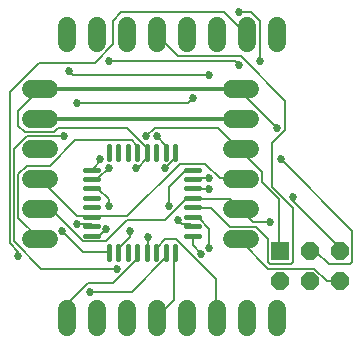
<source format=gtl>
G75*
%MOIN*%
%OFA0B0*%
%FSLAX25Y25*%
%IPPOS*%
%LPD*%
%AMOC8*
5,1,8,0,0,1.08239X$1,22.5*
%
%ADD10C,0.01598*%
%ADD11OC8,0.06000*%
%ADD12R,0.06000X0.06000*%
%ADD13C,0.06000*%
%ADD14C,0.05906*%
%ADD15C,0.00800*%
%ADD16C,0.02700*%
%ADD17C,0.01200*%
D10*
X0044497Y0036791D02*
X0044497Y0041099D01*
X0047647Y0041099D02*
X0047647Y0036791D01*
X0050797Y0036791D02*
X0050797Y0041099D01*
X0053946Y0041099D02*
X0053946Y0036791D01*
X0057096Y0036791D02*
X0057096Y0041099D01*
X0060245Y0041099D02*
X0060245Y0036791D01*
X0063395Y0036791D02*
X0063395Y0041099D01*
X0066545Y0041099D02*
X0066545Y0036791D01*
X0070099Y0044654D02*
X0074407Y0044654D01*
X0074407Y0047803D02*
X0070099Y0047803D01*
X0070099Y0050953D02*
X0074407Y0050953D01*
X0074407Y0054102D02*
X0070099Y0054102D01*
X0070099Y0057252D02*
X0074407Y0057252D01*
X0074407Y0060402D02*
X0070099Y0060402D01*
X0070099Y0063551D02*
X0074407Y0063551D01*
X0074407Y0066701D02*
X0070099Y0066701D01*
X0066545Y0070255D02*
X0066545Y0074563D01*
X0063395Y0074563D02*
X0063395Y0070255D01*
X0060245Y0070255D02*
X0060245Y0074563D01*
X0057096Y0074563D02*
X0057096Y0070255D01*
X0053946Y0070255D02*
X0053946Y0074563D01*
X0050797Y0074563D02*
X0050797Y0070255D01*
X0047647Y0070255D02*
X0047647Y0074563D01*
X0044497Y0074563D02*
X0044497Y0070255D01*
X0040943Y0066701D02*
X0036635Y0066701D01*
X0036635Y0063551D02*
X0040943Y0063551D01*
X0040943Y0060402D02*
X0036635Y0060402D01*
X0036635Y0057252D02*
X0040943Y0057252D01*
X0040943Y0054102D02*
X0036635Y0054102D01*
X0036635Y0050953D02*
X0040943Y0050953D01*
X0040943Y0047803D02*
X0036635Y0047803D01*
X0036635Y0044654D02*
X0040943Y0044654D01*
D11*
X0101540Y0029400D03*
X0111540Y0029400D03*
X0121540Y0029400D03*
X0121540Y0039400D03*
X0111540Y0039400D03*
D12*
X0101540Y0039400D03*
D13*
X0091340Y0043400D02*
X0085340Y0043400D01*
X0085340Y0053400D02*
X0091340Y0053400D01*
X0091340Y0063400D02*
X0085340Y0063400D01*
X0085340Y0073400D02*
X0091340Y0073400D01*
X0091340Y0083400D02*
X0085340Y0083400D01*
X0085340Y0093400D02*
X0091340Y0093400D01*
X0024340Y0093400D02*
X0018340Y0093400D01*
X0018340Y0083400D02*
X0024340Y0083400D01*
X0024340Y0073400D02*
X0018340Y0073400D01*
X0018340Y0063400D02*
X0024340Y0063400D01*
X0024340Y0053400D02*
X0018340Y0053400D01*
X0018340Y0043400D02*
X0024340Y0043400D01*
D14*
X0030340Y0020153D02*
X0030340Y0014247D01*
X0040340Y0014247D02*
X0040340Y0020153D01*
X0050340Y0020153D02*
X0050340Y0014247D01*
X0060340Y0014247D02*
X0060340Y0020153D01*
X0070340Y0020153D02*
X0070340Y0014247D01*
X0080340Y0014247D02*
X0080340Y0020153D01*
X0090340Y0020153D02*
X0090340Y0014247D01*
X0100340Y0014247D02*
X0100340Y0020153D01*
X0100340Y0108747D02*
X0100340Y0114653D01*
X0090340Y0114653D02*
X0090340Y0108747D01*
X0080340Y0108747D02*
X0080340Y0114653D01*
X0070340Y0114653D02*
X0070340Y0108747D01*
X0060340Y0108747D02*
X0060340Y0114653D01*
X0050340Y0114653D02*
X0050340Y0108747D01*
X0040340Y0108747D02*
X0040340Y0114653D01*
X0030340Y0114653D02*
X0030340Y0108747D01*
D15*
X0031040Y0099500D02*
X0032440Y0098100D01*
X0077940Y0098100D01*
X0072340Y0090400D02*
X0070940Y0089000D01*
X0033840Y0089000D01*
X0027540Y0080600D02*
X0026140Y0079200D01*
X0016340Y0079200D01*
X0014240Y0081300D01*
X0014240Y0086200D01*
X0021240Y0093200D01*
X0021340Y0093400D01*
X0021240Y0102300D02*
X0039940Y0102300D01*
X0045740Y0108600D01*
X0045740Y0116300D01*
X0048540Y0119100D01*
X0082840Y0119100D01*
X0089840Y0112100D01*
X0094740Y0116300D02*
X0091940Y0119100D01*
X0087740Y0119100D01*
X0094740Y0116300D02*
X0094740Y0103000D01*
X0088440Y0104400D02*
X0067440Y0104400D01*
X0060440Y0111400D01*
X0044340Y0103000D02*
X0086340Y0103000D01*
X0087740Y0101600D01*
X0088440Y0104400D02*
X0103140Y0089700D01*
X0103140Y0079900D01*
X0098940Y0075700D01*
X0098940Y0061000D01*
X0105940Y0054000D01*
X0105940Y0035800D01*
X0105240Y0035100D01*
X0098240Y0035100D01*
X0097540Y0035800D01*
X0097540Y0043500D01*
X0093340Y0047700D01*
X0084940Y0047700D01*
X0078640Y0054000D01*
X0072340Y0054000D01*
X0072253Y0054102D01*
X0072253Y0050953D02*
X0072340Y0050500D01*
X0074440Y0050500D01*
X0077940Y0047000D01*
X0077940Y0040700D01*
X0075140Y0038600D02*
X0072340Y0041400D01*
X0072340Y0044200D01*
X0072253Y0044654D01*
X0072253Y0047803D02*
X0071640Y0048400D01*
X0068840Y0048400D01*
X0067440Y0049800D01*
X0063240Y0049800D02*
X0070240Y0056800D01*
X0071640Y0056800D01*
X0072253Y0057252D01*
X0072340Y0056800D01*
X0084940Y0056800D01*
X0088340Y0053400D01*
X0092640Y0049100D01*
X0098240Y0049100D01*
X0101040Y0056800D02*
X0095440Y0062400D01*
X0095440Y0065900D01*
X0088440Y0072900D01*
X0088340Y0073400D01*
X0087740Y0073600D01*
X0080740Y0080600D01*
X0059740Y0080600D01*
X0056940Y0077800D01*
X0060440Y0077800D02*
X0063240Y0075000D01*
X0063240Y0072900D01*
X0063395Y0072409D01*
X0066040Y0072200D02*
X0066040Y0070100D01*
X0063240Y0067300D01*
X0066040Y0072200D02*
X0066545Y0072409D01*
X0068140Y0068700D02*
X0050640Y0051200D01*
X0039440Y0051200D01*
X0038789Y0050953D01*
X0038740Y0051200D01*
X0033840Y0051200D01*
X0021940Y0063100D01*
X0021340Y0063400D01*
X0024740Y0068000D02*
X0017040Y0068000D01*
X0014240Y0065200D01*
X0014240Y0050500D01*
X0021340Y0043400D01*
X0014240Y0039300D02*
X0014240Y0037900D01*
X0014240Y0039300D02*
X0011440Y0042100D01*
X0011440Y0092500D01*
X0021240Y0102300D01*
X0027540Y0080600D02*
X0050640Y0080600D01*
X0056940Y0074300D01*
X0056940Y0072900D01*
X0057096Y0072409D01*
X0056940Y0072200D01*
X0056940Y0070100D01*
X0054140Y0067300D01*
X0053440Y0067300D01*
X0053946Y0072409D02*
X0053440Y0072900D01*
X0053440Y0075000D01*
X0052040Y0076400D01*
X0033140Y0076400D01*
X0024740Y0068000D01*
X0029640Y0077800D02*
X0017040Y0077800D01*
X0012840Y0073600D01*
X0012840Y0042800D01*
X0021940Y0033700D01*
X0047140Y0033700D01*
X0045740Y0028800D02*
X0037340Y0028800D01*
X0030340Y0021800D01*
X0030340Y0017600D01*
X0038040Y0026000D02*
X0052040Y0026000D01*
X0063240Y0037200D01*
X0063240Y0038600D01*
X0063395Y0038945D01*
X0066040Y0038600D02*
X0066545Y0038945D01*
X0066040Y0038600D02*
X0066040Y0023200D01*
X0060440Y0017600D01*
X0045740Y0028800D02*
X0053440Y0036500D01*
X0053440Y0038600D01*
X0053946Y0038945D01*
X0057096Y0038945D02*
X0057640Y0039300D01*
X0057640Y0044200D01*
X0060440Y0040700D02*
X0063240Y0043500D01*
X0066740Y0043500D01*
X0080040Y0030200D01*
X0080040Y0017600D01*
X0097540Y0033700D02*
X0088440Y0042800D01*
X0088340Y0043400D01*
X0097540Y0033700D02*
X0112940Y0033700D01*
X0117140Y0029500D01*
X0121340Y0029500D01*
X0121540Y0029400D01*
X0124840Y0035100D02*
X0117840Y0035100D01*
X0113640Y0039300D01*
X0111540Y0039300D01*
X0111540Y0039400D01*
X0121540Y0039400D02*
X0122040Y0040000D01*
X0105940Y0056100D01*
X0105940Y0057500D01*
X0101040Y0056800D02*
X0101040Y0040000D01*
X0101540Y0039400D01*
X0124840Y0035100D02*
X0125540Y0035800D01*
X0125540Y0046300D01*
X0101740Y0070100D01*
X0100340Y0080600D02*
X0087740Y0093200D01*
X0088340Y0093400D01*
X0076540Y0068700D02*
X0068140Y0068700D01*
X0070240Y0066600D02*
X0064640Y0061000D01*
X0064640Y0054700D01*
X0063240Y0049800D02*
X0050640Y0049800D01*
X0043640Y0042800D01*
X0035940Y0042800D01*
X0025440Y0053300D01*
X0021940Y0053300D01*
X0021340Y0053400D01*
X0028940Y0046300D02*
X0035940Y0039300D01*
X0044340Y0039300D01*
X0044497Y0038945D01*
X0047647Y0038945D02*
X0047840Y0039300D01*
X0047840Y0040700D01*
X0051340Y0044200D01*
X0051340Y0046300D01*
X0043640Y0047000D02*
X0041540Y0044900D01*
X0039440Y0044900D01*
X0038789Y0044654D01*
X0038789Y0047803D02*
X0038740Y0048400D01*
X0033840Y0048400D01*
X0044340Y0054700D02*
X0044340Y0056800D01*
X0040840Y0060300D01*
X0039440Y0060300D01*
X0038789Y0060402D01*
X0038789Y0063551D02*
X0039440Y0063800D01*
X0040840Y0063800D01*
X0044340Y0067300D01*
X0041540Y0069400D02*
X0041540Y0070100D01*
X0041540Y0069400D02*
X0039440Y0067300D01*
X0038789Y0066701D01*
X0060440Y0040700D02*
X0060440Y0039300D01*
X0060245Y0038945D01*
X0072340Y0060300D02*
X0072253Y0060402D01*
X0072340Y0060300D02*
X0077940Y0060300D01*
X0077940Y0063800D02*
X0072340Y0063800D01*
X0072253Y0063551D01*
X0071640Y0066600D02*
X0070240Y0066600D01*
X0071640Y0066600D02*
X0072253Y0066701D01*
X0076540Y0068700D02*
X0081440Y0063800D01*
X0087740Y0063800D01*
X0088340Y0063400D01*
D16*
X0077940Y0063800D03*
X0077940Y0060300D03*
X0067440Y0049800D03*
X0064640Y0054700D03*
X0057640Y0044200D03*
X0051340Y0046300D03*
X0043640Y0047000D03*
X0044340Y0054700D03*
X0033840Y0048400D03*
X0028940Y0046300D03*
X0014240Y0037900D03*
X0038040Y0026000D03*
X0047140Y0033700D03*
X0075140Y0038600D03*
X0077940Y0040700D03*
X0098240Y0049100D03*
X0105940Y0057500D03*
X0101740Y0070100D03*
X0100340Y0080600D03*
X0087740Y0101600D03*
X0094740Y0103000D03*
X0077940Y0098100D03*
X0072340Y0090400D03*
X0060440Y0077800D03*
X0056940Y0077800D03*
X0053440Y0067300D03*
X0044340Y0067300D03*
X0041540Y0070100D03*
X0029640Y0077800D03*
X0033840Y0089000D03*
X0031040Y0099500D03*
X0044340Y0103000D03*
X0063240Y0067300D03*
X0087740Y0119100D03*
D17*
X0088340Y0093400D02*
X0021340Y0093400D01*
X0021340Y0083400D02*
X0088340Y0083400D01*
M02*

</source>
